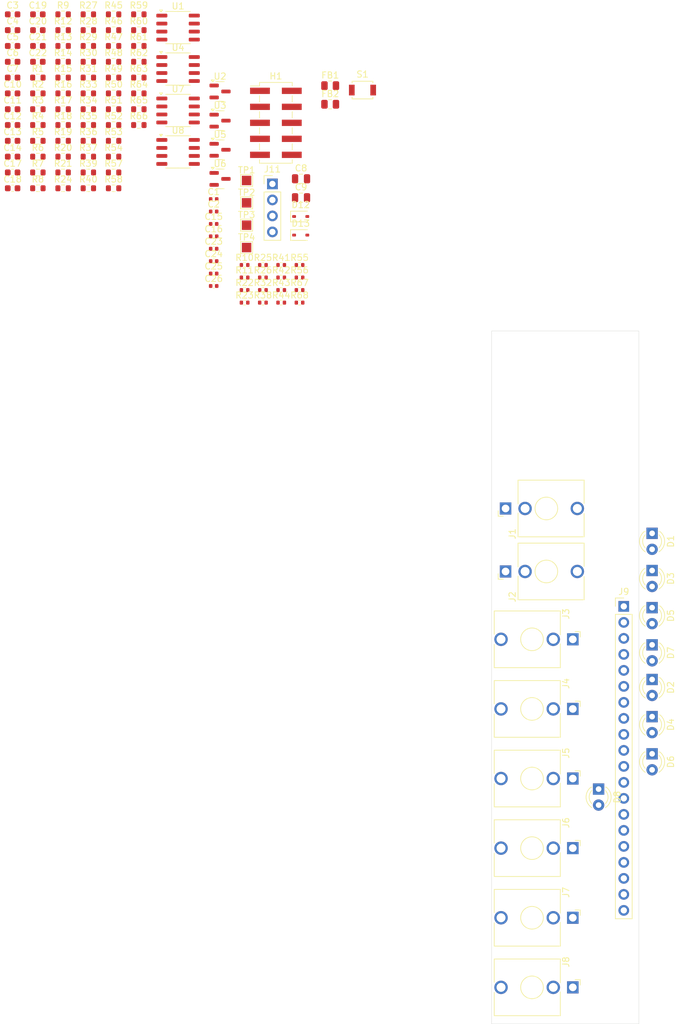
<source format=kicad_pcb>
(kicad_pcb (version 20240108) (generator "pcbnew") (generator_version "8.0")
  (layers (0 "F.Cu" signal) (31 "B.Cu" signal) (34 "B.Paste" user) (35 "F.Paste" user) (36 "B.SilkS" user "B.Silkscreen") (37 "F.SilkS" user "F.Silkscreen") (38 "B.Mask" user) (39 "F.Mask" user) (44 "Edge.Cuts" user))
  (net 0 "")
  (net 1 "Net-(U1A-+)")
  (net 2 "GND")
  (net 3 "Net-(U1B-+)")
  (net 4 "+5V-U1")
  (net 5 "+5V-U4")
  (net 6 "+12V")
  (net 7 "-12V")
  (net 8 "Net-(U4A-+)")
  (net 9 "Net-(U4B-+)")
  (net 10 "+5V-U7")
  (net 11 "+5V-U8")
  (net 12 "Net-(U7A-+)")
  (net 13 "Net-(U8A-+)")
  (net 14 "Net-(U7B-+)")
  (net 15 "Net-(U8B-+)")
  (net 16 "Net-(D1-A)")
  (net 17 "Net-(D2-A)")
  (net 18 "Net-(D3-A)")
  (net 19 "Net-(D4-A)")
  (net 20 "Net-(D5-A)")
  (net 21 "Net-(D6-A)")
  (net 22 "Net-(D7-A)")
  (net 23 "Net-(D8-A)")
  (net 24 "Net-(D12-K)")
  (net 25 "Net-(D13-A)")
  (net 26 "Net-(FB1-Pad1)")
  (net 27 "Net-(FB2-Pad1)")
  (net 29 "Net-(J1-PadT)")
  (net 31 "Net-(J2-PadT)")
  (net 32 "Net-(J3-PadT)")
  (net 34 "Net-(J4-PadT)")
  (net 36 "Net-(J5-PadT)")
  (net 38 "Net-(J6-PadT)")
  (net 40 "Net-(J7-PadT)")
  (net 43 "Net-(J8-PadT)")
  (net 68 "/LED_A4")
  (net 69 "/LED_A5")
  (net 70 "/LED_A1")
  (net 71 "/LED_A2")
  (net 72 "/LED_A6")
  (net 73 "/LED_A7")
  (net 74 "/LED_A3")
  (net 75 "/LED_A8")
  (net 76 "Net-(U3-REF)")
  (net 77 "Net-(R12-Pad2)")
  (net 78 "Net-(R13-Pad2)")
  (net 79 "/PWM_A1")
  (net 80 "/PWM_A2")
  (net 81 "Net-(U1A--)")
  (net 82 "Net-(U1B--)")
  (net 83 "Net-(R20-Pad2)")
  (net 84 "Net-(R21-Pad2)")
  (net 85 "Net-(U2-REF)")
  (net 86 "Net-(R27-Pad2)")
  (net 87 "/PWM_A3")
  (net 88 "Net-(U4A--)")
  (net 89 "Net-(R31-Pad2)")
  (net 90 "Net-(R33-Pad2)")
  (net 91 "/PWM_A4")
  (net 92 "Net-(U4B--)")
  (net 93 "Net-(R37-Pad2)")
  (net 94 "Net-(U5-REF)")
  (net 95 "Net-(U6-REF)")
  (net 96 "Net-(R45-Pad2)")
  (net 97 "/PWM_A5")
  (net 98 "Net-(R47-Pad2)")
  (net 99 "/PWM_A7")
  (net 100 "Net-(U7A--)")
  (net 101 "Net-(U8A--)")
  (net 102 "Net-(R53-Pad2)")
  (net 103 "Net-(R54-Pad2)")
  (net 104 "Net-(R57-Pad2)")
  (net 105 "/PWM_A6")
  (net 106 "Net-(R59-Pad2)")
  (net 107 "/PWM_A8")
  (net 108 "Net-(U7B--)")
  (net 109 "Net-(U8B--)")
  (net 110 "Net-(R65-Pad2)")
  (net 111 "Net-(R66-Pad2)")
  (net 112 "/RUN")
  (footprint "Capacitor_SMD:C_0603_1608Metric" (layer "F.Cu") (at 74.91 0.74)
    (property "Reference" "C3" (at 0 -1.43 0) (layer "F.SilkS"))
    (property "Value" "10u")
    (pad "1" smd roundrect (at -0.775 0) (size 0.9 0.95) (layers "F.Cu" "F.Paste" "F.Mask") (net 4 "+5V-U1"))
    (pad "2" smd roundrect (at 0.775 0) (size 0.9 0.95) (layers "F.Cu" "F.Paste" "F.Mask") (net 2 "GND"))
  )
  (footprint "Diode_SMD:D_SOD-323" (layer "F.Cu") (at 120.675 32.83)
    (property "Reference" "D12" (at 0 -1.85 0) (layer "F.SilkS"))
    (property "Value" "1N5819")
    (pad "1" smd roundrect (at -1.05 0) (size 0.6 0.45) (layers "F.Cu" "F.Paste" "F.Mask") (net 24 "Net-(D12-K)"))
    (pad "2" smd roundrect (at 1.05 0) (size 0.6 0.45) (layers "F.Cu" "F.Paste" "F.Mask") (net 7 "-12V"))
  )
  (footprint "Resistor_SMD:R_0603_1608Metric" (layer "F.Cu") (at 82.93 20.82)
    (property "Reference" "R19" (at 0 -1.43 0) (layer "F.SilkS"))
    (property "Value" "47k")
    (pad "1" smd roundrect (at -0.825 0) (size 0.8 0.95) (layers "F.Cu" "F.Paste" "F.Mask") (net 4 "+5V-U1"))
    (pad "2" smd roundrect (at 0.825 0) (size 0.8 0.95) (layers "F.Cu" "F.Paste" "F.Mask") (net 82 "Net-(U1B--)"))
  )
  (footprint "Resistor_SMD:R_0603_1608Metric" (layer "F.Cu") (at 94.96 3.25)
    (property "Reference" "R60" (at 0 -1.43 0) (layer "F.SilkS"))
    (property "Value" "10k")
    (pad "1" smd roundrect (at -0.825 0) (size 0.8 0.95) (layers "F.Cu" "F.Paste" "F.Mask") (net 107 "/PWM_A8"))
    (pad "2" smd roundrect (at 0.825 0) (size 0.8 0.95) (layers "F.Cu" "F.Paste" "F.Mask") (net 15 "Net-(U8B-+)"))
  )
  (footprint "Resistor_SMD:R_0402_1005Metric" (layer "F.Cu") (at 120.49 46.5)
    (property "Reference" "R68" (at 0 -1.17 0) (layer "F.SilkS"))
    (property "Value" "1k")
    (pad "1" smd roundrect (at -0.51 0) (size 0.54 0.64) (layers "F.Cu" "F.Paste" "F.Mask") (net 43 "Net-(J8-PadT)"))
    (pad "2" smd roundrect (at 0.51 0) (size 0.54 0.64) (layers "F.Cu" "F.Paste" "F.Mask") (net 111 "Net-(R66-Pad2)"))
  )
  (footprint "Resistor_SMD:R_0603_1608Metric" (layer "F.Cu") (at 86.94 8.27)
    (property "Reference" "R30" (at 0 -1.43 0) (layer "F.SilkS"))
    (property "Value" "47k")
    (pad "1" smd roundrect (at -0.825 0) (size 0.8 0.95) (layers "F.Cu" "F.Paste" "F.Mask") (net 5 "+5V-U4"))
    (pad "2" smd roundrect (at 0.825 0) (size 0.8 0.95) (layers "F.Cu" "F.Paste" "F.Mask") (net 88 "Net-(U4A--)"))
  )
  (footprint "TestPoint:TestPoint_Pad_1.5x1.5mm" (layer "F.Cu") (at 112.08 34.21)
    (property "Reference" "TP3" (at 0 -1.648 0) (layer "F.SilkS"))
    (property "Value" "5V reference")
    (pad "1" smd rect (at 0 0) (size 1.5 1.5) (layers "F.Cu" "F.Mask") (net 10 "+5V-U7"))
  )
  (footprint "Resistor_SMD:R_0603_1608Metric" (layer "F.Cu") (at 86.94 23.33)
    (property "Reference" "R37" (at 0 -1.43 0) (layer "F.SilkS"))
    (property "Value" "47k")
    (pad "1" smd roundrect (at -0.825 0) (size 0.8 0.95) (layers "F.Cu" "F.Paste" "F.Mask") (net 92 "Net-(U4B--)"))
    (pad "2" smd roundrect (at 0.825 0) (size 0.8 0.95) (layers "F.Cu" "F.Paste" "F.Mask") (net 93 "Net-(R37-Pad2)"))
  )
  (footprint "LED_THT:LED_D3.0mm_FlatTop" (layer "F.Cu") (at 168 123.725 -90)
    (property "Reference" "D8" (at 1.27 -2.96 90) (layer "F.SilkS"))
    (property "Value" "LED A3")
    (pad "1" thru_hole rect (at 0 0 270) (size 1.8 1.8) (drill 0.9) (layers "*.Cu" "*.Mask") (net 2 "GND"))
    (pad "2" thru_hole circle (at 2.54 0 270) (size 1.8 1.8) (drill 0.9) (layers "*.Cu" "*.Mask") (net 23 "Net-(D8-A)"))
  )
  (footprint "Resistor_SMD:R_0402_1005Metric" (layer "F.Cu") (at 111.76 42.52)
    (property "Reference" "R11" (at 0 -1.17 0) (layer "F.SilkS"))
    (property "Value" "5.1k 1%")
    (pad "1" smd roundrect (at -0.51 0) (size 0.54 0.64) (layers "F.Cu" "F.Paste" "F.Mask") (net 76 "Net-(U3-REF)"))
    (pad "2" smd roundrect (at 0.51 0) (size 0.54 0.64) (layers "F.Cu" "F.Paste" "F.Mask") (net 2 "GND"))
  )
  (footprint "Resistor_SMD:R_0603_1608Metric" (layer "F.Cu") (at 90.95 18.31)
    (property "Reference" "R52" (at 0 -1.43 0) (layer "F.SilkS"))
    (property "Value" "47k")
    (pad "1" smd roundrect (at -0.825 0) (size 0.8 0.95) (layers "F.Cu" "F.Paste" "F.Mask") (net 11 "+5V-U8"))
    (pad "2" smd roundrect (at 0.825 0) (size 0.8 0.95) (layers "F.Cu" "F.Paste" "F.Mask") (net 101 "Net-(U8A--)"))
  )
  (footprint "Resistor_SMD:R_0603_1608Metric" (layer "F.Cu") (at 90.95 8.27)
    (property "Reference" "R48" (at 0 -1.43 0) (layer "F.SilkS"))
    (property "Value" "10k")
    (pad "1" smd roundrect (at -0.825 0) (size 0.8 0.95) (layers "F.Cu" "F.Paste" "F.Mask") (net 99 "/PWM_A7"))
    (pad "2" smd roundrect (at 0.825 0) (size 0.8 0.95) (layers "F.Cu" "F.Paste" "F.Mask") (net 13 "Net-(U8A-+)"))
  )
  (footprint "Resistor_SMD:R_0603_1608Metric" (layer "F.Cu") (at 82.93 8.27)
    (property "Reference" "R14" (at 0 -1.43 0) (layer "F.SilkS"))
    (property "Value" "10k")
    (pad "1" smd roundrect (at -0.825 0) (size 0.8 0.95) (layers "F.Cu" "F.Paste" "F.Mask") (net 79 "/PWM_A1"))
    (pad "2" smd roundrect (at 0.825 0) (size 0.8 0.95) (layers "F.Cu" "F.Paste" "F.Mask") (net 1 "Net-(U1A-+)"))
  )
  (footprint "Capacitor_SMD:C_0603_1608Metric" (layer "F.Cu") (at 74.91 23.33)
    (property "Reference" "C14" (at 0 -1.43 0) (layer "F.SilkS"))
    (property "Value" "100n")
    (pad "1" smd roundrect (at -0.775 0) (size 0.9 0.95) (layers "F.Cu" "F.Paste" "F.Mask") (net 2 "GND"))
    (pad "2" smd roundrect (at 0.775 0) (size 0.9 0.95) (layers "F.Cu" "F.Paste" "F.Mask") (net 7 "-12V"))
  )
  (footprint "Connector_Audio:Jack_3.5mm_QingPu_WQP-PJ398SM_Vertical_CircularHoles" (layer "F.Cu") (at 163.9 111 -90)
    (property "Reference" "J4" (at -4.03 1.08 90) (layer "F.SilkS"))
    (property "Value" "Out A4")
    (pad "S" thru_hole rect (at 0 0 90) (size 1.93 1.83) (drill 1.22) (layers "*.Cu" "*.Mask") (net 2 "GND"))
    (pad "T" thru_hole circle (at 0 11.4 90) (size 2.13 2.13) (drill 1.43) (layers "*.Cu" "*.Mask") (net 34 "Net-(J4-PadT)"))
    (pad "TN" thru_hole circle (at 0 3.1 90) (size 2.13 2.13) (drill 1.42) (layers "*.Cu" "*.Mask"))
  )
  (footprint "Resistor_SMD:R_0603_1608Metric" (layer "F.Cu") (at 90.95 28.35)
    (property "Reference" "R58" (at 0 -1.43 0) (layer "F.SilkS"))
    (property "Value" "10k")
    (pad "1" smd roundrect (at -0.825 0) (size 0.8 0.95) (layers "F.Cu" "F.Paste" "F.Mask") (net 105 "/PWM_A6"))
    (pad "2" smd roundrect (at 0.825 0) (size 0.8 0.95) (layers "F.Cu" "F.Paste" "F.Mask") (net 14 "Net-(U7B-+)"))
  )
  (footprint "Resistor_SMD:R_0603_1608Metric" (layer "F.Cu") (at 94.96 13.29)
    (property "Reference" "R64" (at 0 -1.43 0) (layer "F.SilkS"))
    (property "Value" "47k")
    (pad "1" smd roundrect (at -0.825 0) (size 0.8 0.95) (layers "F.Cu" "F.Paste" "F.Mask") (net 11 "+5V-U8"))
    (pad "2" smd roundrect (at 0.825 0) (size 0.8 0.95) (layers "F.Cu" "F.Paste" "F.Mask") (net 109 "Net-(U8B--)"))
  )
  (footprint "Resistor_SMD:R_0603_1608Metric" (layer "F.Cu") (at 82.93 13.29)
    (property "Reference" "R16" (at 0 -1.43 0) (layer "F.SilkS"))
    (property "Value" "33k")
    (pad "1" smd roundrect (at -0.825 0) (size 0.8 0.95) (layers "F.Cu" "F.Paste" "F.Mask") (net 77 "Net-(R12-Pad2)"))
    (pad "2" smd roundrect (at 0.825 0) (size 0.8 0.95) (layers "F.Cu" "F.Paste" "F.Mask") (net 81 "Net-(U1A--)"))
  )
  (footprint "Capacitor_SMD:C_0402_1005Metric" (layer "F.Cu") (at 106.85 41.89)
    (property "Reference" "C25" (at 0 -1.16 0) (layer "F.SilkS"))
    (property "Value" "10n")
    (pad "1" smd roundrect (at -0.48 0) (size 0.56 0.62) (layers "F.Cu" "F.Paste" "F.Mask") (net 14 "Net-(U7B-+)"))
    (pad "2" smd roundrect (at 0.48 0) (size 0.56 0.62) (layers "F.Cu" "F.Paste" "F.Mask") (net 2 "GND"))
  )
  (footprint "Resistor_SMD:R_0402_1005Metric" (layer "F.Cu") (at 120.49 44.51)
    (property "Reference" "R67" (at 0 -1.17 0) (layer "F.SilkS"))
    (property "Value" "1k")
    (pad "1" smd roundrect (at -0.51 0) (size 0.54 0.64) (layers "F.Cu" "F.Paste" "F.Mask") (net 40 "Net-(J7-PadT)"))
    (pad "2" smd roundrect (at 0.51 0) (size 0.54 0.64) (layers "F.Cu" "F.Paste" "F.Mask") (net 110 "Net-(R65-Pad2)"))
  )
  (footprint "Resistor_SMD:R_0805_2012Metric" (layer "F.Cu") (at 125.36 15.01)
    (property "Reference" "FB2" (at 0 -1.65 0) (layer "F.SilkS"))
    (property "Value" "FerriteBead GZ2012D101TF")
    (pad "1" smd roundrect (at -0.9125 0) (size 1.025 1.4) (layers "F.Cu" "F.Paste" "F.Mask") (roundrect_rratio 0.243902) (net 27 "Net-(FB2-Pad1)"))
    (pad "2" smd roundrect (at 0.9125 0) (size 1.025 1.4) (layers "F.Cu" "F.Paste" "F.Mask") (roundrect_rratio 0.243902) (net 25 "Net-(D13-A)"))
  )
  (footprint "Resistor_SMD:R_0603_1608Metric" (layer "F.Cu") (at 82.93 10.78)
    (property "Reference" "R15" (at 0 -1.43 0) (layer "F.SilkS"))
    (property "Value" "10k")
    (pad "1" smd roundrect (at -0.825 0) (size 0.8 0.95) (layers "F.Cu" "F.Paste" "F.Mask") (net 80 "/PWM_A2"))
    (pad "2" smd roundrect (at 0.825 0) (size 0.8 0.95) (layers "F.Cu" "F.Paste" "F.Mask") (net 3 "Net-(U1B-+)"))
  )
  (footprint "Diode_SMD:D_SOD-323" (layer "F.Cu") (at 120.675 35.78)
    (property "Reference" "D13" (at 0 -1.85 0) (layer "F.SilkS"))
    (property "Value" "1N5819")
    (pad "1" smd roundrect (at -1.05 0) (size 0.6 0.45) (layers "F.Cu" "F.Paste" "F.Mask") (net 6 "+12V"))
    (pad "2" smd roundrect (at 1.05 0) (size 0.6 0.45) (layers "F.Cu" "F.Paste" "F.Mask") (net 25 "Net-(D13-A)"))
  )
  (footprint "Capacitor_SMD:C_0603_1608Metric" (layer "F.Cu") (at 74.91 18.31)
    (property "Reference" "C12" (at 0 -1.43 0) (layer "F.SilkS"))
    (property "Value" "100n")
    (pad "1" smd roundrect (at -0.775 0) (size 0.9 0.95) (layers "F.Cu" "F.Paste" "F.Mask") (net 6 "+12V"))
    (pad "2" smd roundrect (at 0.775 0) (size 0.9 0.95) (layers "F.Cu" "F.Paste" "F.Mask") (net 2 "GND"))
  )
  (footprint "Resistor_SMD:R_0603_1608Metric" (layer "F.Cu") (at 82.93 3.25)
    (property "Reference" "R12" (at 0 -1.43 0) (layer "F.SilkS"))
    (property "Value" "12k")
    (pad "1" smd roundrect (at -0.825 0) (size 0.8 0.95) (layers "F.Cu" "F.Paste" "F.Mask") (net 2 "GND"))
    (pad "2" smd roundrect (at 0.825 0) (size 0.8 0.95) (layers "F.Cu" "F.Paste" "F.Mask") (net 77 "Net-(R12-Pad2)"))
  )
  (footprint "Resistor_SMD:R_0603_1608Metric" (layer "F.Cu") (at 82.93 5.76)
    (property "Reference" "R13" (at 0 -1.43 0) (layer "F.SilkS"))
    (property "Value" "12k")
    (pad "1" smd roundrect (at -0.825 0) (size 0.8 0.95) (layers "F.Cu" "F.Paste" "F.Mask") (net 2 "GND"))
    (pad "2" smd roundrect (at 0.825 0) (size 0.8 0.95) (layers "F.Cu" "F.Paste" "F.Mask") (net 78 "Net-(R13-Pad2)"))
  )
  (footprint "Resistor_SMD:R_0603_1608Metric" (layer "F.Cu") (at 94.96 5.76)
    (property "Reference" "R61" (at 0 -1.43 0) (layer "F.SilkS"))
    (property "Value" "33k")
    (pad "1" smd roundrect (at -0.825 0) (size 0.8 0.95) (layers "F.Cu" "F.Paste" "F.Mask") (net 104 "Net-(R57-Pad2)"))
    (pad "2" smd roundrect (at 0.825 0) (size 0.8 0.95) (layers "F.Cu" "F.Paste" "F.Mask") (net 108 "Net-(U7B--)"))
  )
  (footprint "Package_SO:SO-8_3.9x4.9mm_P1.27mm" (layer "F.Cu") (at 101.19 9.42)
    (property "Reference" "U4" (at 0 -3.4 0) (layer "F.SilkS"))
    (property "Value" "TL072")
    (pad "1" smd roundrect (at -2.575 -1.905) (size 1.75 0.6) (layers "F.Cu" "F.Paste" "F.Mask") (net 89 "Net-(R31-Pad2)"))
    (pad "2" smd roundrect (at -2.575 -0.635) (size 1.75 0.6) (layers "F.Cu" "F.Paste" "F.Mask") (net 88 "Net-(U4A--)"))
    (pad "3" smd roundrect (at -2.575 0.635) (size 1.75 0.6) (layers "F.Cu" "F.Paste" "F.Mask") (net 8 "Net-(U4A-+)"))
    (pad "4" smd roundrect (at -2.575 1.905) (size 1.75 0.6) (layers "F.Cu" "F.Paste" "F.Mask") (net 7 "-12V"))
    (pad "5" smd roundrect (at 2.575 1.905) (size 1.75 0.6) (layers "F.Cu" "F.Paste" "F.Mask") (net 9 "Net-(U4B-+)"))
    (pad "6" smd roundrect (at 2.575 0.635) (size 1.75 0.6) (layers "F.Cu" "F.Paste" "F.Mask") (net 92 "Net-(U4B--)"))
    (pad "7" smd roundrect (at 2.575 -0.635) (size 1.75 0.6) (layers "F.Cu" "F.Paste" "F.Mask") (net 93 "Net-(R37-Pad2)"))
    (pad "8" smd roundrect (at 2.575 -1.905) (size 1.75 0.6) (layers "F.Cu" "F.Paste" "F.Mask") (net 6 "+12V"))
  )
  (footprint "Resistor_SMD:R_0603_1608Metric" (layer "F.Cu") (at 78.92 28.35)
    (property "Reference" "R8" (at 0 -1.43 0) (layer "F.SilkS"))
    (property "Value" "9.1k")
    (pad "1" smd roundrect (at -0.825 0) (size 0.8 0.95) (layers "F.Cu" "F.Paste" "F.Mask") (net 75 "/LED_A8"))
    (pad "2" smd roundrect (at 0.825 0) (size 0.8 0.95) (layers "F.Cu" "F.Paste" "F.Mask") (net 23 "Net-(D8-A)"))
  )
  (footprint "LED_THT:LED_D3.0mm_FlatTop" (layer "F.Cu") (at 176.5 83.125 -90)
    (property "Reference" "D1" (at 1.27 -2.96 90) (layer "F.SilkS"))
    (property "Value" "LED A3")
    (pad "1" thru_hole rect (at 0 0 270) (size 1.8 1.8) (drill 0.9) (layers "*.Cu" "*.Mask") (net 2 "GND"))
    (pad "2" thru_hole circle (at 2.54 0 270) (size 1.8 1.8) (drill 0.9) (layers "*.Cu" "*.Mask") (net 16 "Net-(D1-A)"))
  )
  (footprint "Resistor_SMD:R_0603_1608Metric" (layer "F.Cu") (at 90.95 3.25)
    (property "Reference" "R46" (at 0 -1.43 0) (layer "F.SilkS"))
    (property "Value" "10k")
    (pad "1" smd roundrect (at -0.825 0) (size 0.8 0.95) (layers "F.Cu" "F.Paste" "F.Mask") (net 97 "/PWM_A5"))
    (pad "2" smd roundrect (at 0.825 0) (size 0.8 0.95) (layers "F.Cu" "F.Paste" "F.Mask") (net 12 "Net-(U7A-+)"))
  )
  (footprint "Resistor_SMD:R_0402_1005Metric" (layer "F.Cu") (at 114.67 40.53)
    (property "Reference" "R25" (at 0 -1.17 0) (layer "F.SilkS"))
    (property "Value" "5.1k 1%")
    (pad "1" smd roundrect (at -0.51 0) (size 0.54 0.64) (layers "F.Cu" "F.Paste" "F.Mask") (net 4 "+5V-U1"))
    (pad "2" smd roundrect (at 0.51 0) (size 0.54 0.64) (layers "F.Cu" "F.Paste" "F.Mask") (net 85 "Net-(U2-REF)"))
  )
  (footprint "Resistor_SMD:R_0402_1005Metric" (layer "F.Cu") (at 114.67 44.51)
    (property "Reference" "R32" (at 0 -1.17 0) (layer "F.SilkS"))
    (property "Value" "1k")
    (pad "1" smd roundrect (at -0.51 0) (size 0.54 0.64) (layers "F.Cu" "F.Paste" "F.Mask") (net 32 "Net-(J3-PadT)"))
    (pad "2" smd roundrect (at 0.51 0) (size 0.54 0.64) (layers "F.Cu" "F.Paste" "F.Mask") (net 89 "Net-(R31-Pad2)"))
  )
  (footprint "TestPoint:TestPoint_Pad_1.5x1.5mm" (layer "F.Cu") (at 112.08 37.76)
    (property "Reference" "TP4" (at 0 -1.648 0) (layer "F.SilkS"))
    (property "Value" "5V reference")
    (pad "1" smd rect (at 0 0) (size 1.5 1.5) (layers "F.Cu" "F.Mask") (net 11 "+5V-U8"))
  )
  (footprint "Connector_Audio:Jack_3.5mm_QingPu_WQP-PJ398SM_Vertical_CircularHoles" (layer "F.Cu") (at 163.9 133.1 -90)
    (property "Reference" "J6" (at -4.03 1.08 90) (layer "F.SilkS"))
    (property "Value" "Out A7")
    (pad "S" thru_hole rect (at 0 0 90) (size 1.93 1.83) (drill 1.22) (layers "*.Cu" "*.Mask") (net 2 "GND"))
    (pad "T" thru_hole circle (at 0 11.4 90) (size 2.13 2.13) (drill 1.43) (layers "*.Cu" "*.Mask") (net 38 "Net-(J6-PadT)"))
    (pad "TN" thru_hole circle (at 0 3.1 90) (size 2.13 2.13) (drill 1.42) (layers "*.Cu" "*.Mask"))
  )
  (footprint "Resistor_SMD:R_0603_1608Metric" (layer "F.Cu") (at 86.94 3.25)
    (property "Reference" "R28" (at 0 -1.43 0) (layer "F.SilkS"))
    (property "Value" "10k")
    (pad "1" smd roundrect (at -0.825 0) (size 0.8 0.95) (layers "F.Cu" "F.Paste" "F.Mask") (net 87 "/PWM_A3"))
    (pad "2" smd roundrect (at 0.825 0) (size 0.8 0.95) (layers "F.Cu" "F.Paste" "F.Mask") (net 8 "Net-(U4A-+)"))
  )
  (footprint "Resistor_SMD:R_0402_1005Metric" (layer "F.Cu") (at 111.76 44.51)
    (property "Reference" "R22" (at 0 -1.17 0) (layer "F.SilkS"))
    (property "Value" "1k")
    (pad "1" smd roundrect (at -0.51 0) (size 0.54 0.64) (layers "F.Cu" "F.Paste" "F.Mask") (net 29 "Net-(J1-PadT)"))
    (pad "2" smd roundrect (at 0.51 0) (size 0.54 0.64) (layers "F.Cu" "F.Paste" "F.Mask") (net 83 "Net-(R20-Pad2)"))
  )
  (footprint "Capacitor_SMD:C_0402_1005Metric" (layer "F.Cu") (at 106.85 37.95)
    (property "Reference" "C23" (at 0 -1.16 0) (layer "F.SilkS"))
    (property "Value" "10n")
    (pad "1" smd roundrect (at -0.48 0) (size 0.56 0.62) (layers "F.Cu" "F.Paste" "F.Mask") (net 12 "Net-(U7A-+)"))
    (pad "2" smd roundrect (at 0.48 0) (size 0.56 0.62) (layers "F.Cu" "F.Paste" "F.Mask") (net 2 "GND"))
  )
  (footprint "Resistor_SMD:R_0603_1608Metric" (layer "F.Cu") (at 82.93 18.31)
    (property "Reference" "R18" (at 0 -1.43 0) (layer "F.SilkS"))
    (property "Value" "47k")
    (pad "1" smd roundrect (at -0.825 0) (size 0.8 0.95) (layers "F.Cu" "F.Paste" "F.Mask") (net 4 "+5V-U1"))
    (pad "2" smd roundrect (at 0.825 0) (size 0.8 0.95) (layers "F.Cu" "F.Paste" "F.Mask") (net 81 "Net-(U1A--)"))
  )
  (footprint "Connector_Audio:Jack_3.5mm_QingPu_WQP-PJ398SM_Vertical_CircularHoles" (layer "F.Cu") (at 163.9 122.05 -90)
    (property "Reference" "J5" (at -4.03 1.08 90) (layer "F.SilkS"))
    (property "Value" "Out A5")
    (pad "S" thru_hole rect (at 0 0 90) (size 1.93 1.83) (drill 1.22) (layers "*.Cu" "*.Mask") (net 2 "GND"))
    (pad "T" thru_hole circle (at 0 11.4 90) (size 2.13 2.13) (drill 1.43) (layers "*.Cu" "*.Mask") (net 36 "Net-(J5-PadT)"))
    (pad "TN" thru_hole circle (at 0 3.1 90) (size 2.13 2.13) (drill 1.42) (layers "*.Cu" "*.Mask"))
  )
  (footprint "Resistor_SMD:R_0603_1608Metric" (layer "F.Cu") (at 86.94 13.29)
    (property "Reference" "R33" (at 0 -1.43 0) (layer "F.SilkS"))
    (property "Value" "12k")
    (pad "1" smd roundrect (at -0.825 0) (size 0.8 0.95) (layers "F.Cu" "F.Paste" "F.Mask") (net 2 "GND"))
    (pad "2" smd roundrect (at 0.825 0) (size 0.8 0.95) (layers "F.Cu" "F.Paste" "F.Mask") (net 90 "Net-(R33-Pad2)"))
  )
  (footprint "Resistor_SMD:R_0603_1608Metric" (layer "F.Cu") (at 78.92 10.78)
    (property "Reference" "R1" (at 0 -1.43 0) (layer "F.SilkS"))
    (property "Value" "9.1k")
    (pad "1" smd roundrect (at -0.825 0) (size 0.8 0.95) (layers "F.Cu" "F.Paste" "F.Mask") (net 68 "/LED_A4"))
    (pad "2" smd roundrect (at 0.825 0) (size 0.8 0.95) (layers "F.Cu" "F.Paste" "F.Mask") (net 16 "Net-(D1-A)"))
  )
  (footprint "Package_TO_SOT_SMD:SOT-23" (layer "F.Cu") (at 107.86 17.61)
    (property "Reference" "U3" (at 0 -2.4 0) (layer "F.SilkS"))
    (property "Value" "CJ431 SOT-23")
    (pad "1" smd roundrect (at -0.9375 -0.95) (size 1.475 0.6) (layers "F.Cu" "F.Paste" "F.Mask") (net 76 "Net-(U3-REF)"))
    (pad "2" smd roundrect (at -0.9375 0.95) (size 1.475 0.6) (layers "F.Cu" "F.Paste" "F.Mask") (net 5 "+5V-U4"))
    (pad "3" smd roundrect (at 0.9375 0) (size 1.475 0.6) (layers "F.Cu" "F.Paste" "F.Mask") (net 2 "GND"))
  )
  (footprint "Resistor_SMD:R_0402_1005Metric" (layer "F.Cu") (at 114.67 42.52)
    (property "Reference" "R26" (at 0 -1.17 0) (layer "F.SilkS"))
    (property "Value" "5.1k 1%")
    (pad "1" smd roundrect (at -0.51 0) (size 0.54 0.64) (layers "F.Cu" "F.Paste" "F.Mask") (net 85 "Net-(U2-REF)"))
    (pad "2" smd roundrect (at 0.51 0) (size 0.54 0.64) (layers "F.Cu" "F.Paste" "F.Mask") (net 2 "GND"))
  )
  (footprint "Resistor_SMD:R_0603_1608Metric" (layer "F.Cu") (at 86.94 15.8)
    (property "Reference" "R34" (at 0 -1.43 0) (layer "F.SilkS"))
    (property "Value" "10k")
    (pad "1" smd roundrect (at -0.825 0) (size 0.8 0.95) (layers "F.Cu" "F.Paste" "F.Mask") (net 91 "/PWM_A4"))
    (pad "2" smd roundrect (at 0.825 0) (size 0.8 0.95) (layers "F.Cu" "F.Paste" "F.Mask") (net 9 "Net-(U4B-+)"))
  )
  (footprint "Capacitor_SMD:C_0603_1608Metric" (layer "F.Cu") (at 74.91 28.35)
    (property "Reference" "C18" (at 0 -1.43 0) (layer "F.SilkS"))
    (property "Value" "10u")
    (pad "1" smd roundrect (at -0.775 0) (size 0.9 0.95) (layers "F.Cu" "F.Paste" "F.Mask") (net 11 "+5V-U8"))
    (pad "2" smd roundrect (at 0.775 0) (size 0.9 0.95) (layers "F.Cu" "F.Paste" "F.Mask") (net 2 "GND"))
  )
  (footprint "Capacitor_SMD:C_0805_2012Metric" (layer "F.Cu") (at 120.73 26.84)
    (property "Reference" "C8" (at 0 -1.68 0) (layer "F.SilkS"))
    (property "Value" "22u")
    (pad "1" smd roundrect (at -0.95 0) (size 1 1.45) (layers "F.Cu" "F.Paste" "F.Mask") (net 6 "+12V"))
    (pad "2" smd roundrect (at 0.95 0) (size 1 1.45) (layers "F.Cu" "F.Paste" "F.Mask") (net 2 "GND"))
  )
  (footprint "Capacitor_SMD:C_0805_2012Metric" (layer "F.Cu") (at 120.73 29.85)
    (property "Reference" "C9" (at 0 -1.68 0) (layer "F.SilkS"))
    (property "Value" "22u")
    (pad "1" smd roundrect (at -0.95 0) (size 1 1.45) (layers "F.Cu" "F.Paste" "F.Mask") (net 2 "GND"))
    (pad "2" smd roundrect (at 0.95 0) (size 1 1.45) (layers "F.Cu" "F.Paste" "F.Mask") (net 7 "-12V"))
  )
  (footprint "Resistor_SMD:R_0603_1608Metric" (layer "F.Cu") (at 78.92 25.84)
    (property "Reference" "R7" (at 0 -1.43 0) (layer "F.SilkS"))
    (property "Value" "9.1k")
    (pad "1" smd roundrect (at -0.825 0) (size 0.8 0.95) (layers "F.Cu" "F.Paste" "F.Mask") (net 74 "/LED_A3"))
    (pad "2" smd roundrect (at 0.825 0) (size 0.8 0.95) (layers "F.Cu" "F.Paste" "F.Mask") (net 22 "Net-(D7-A)"))
  )
  (footprint "Resistor_SMD:R_0603_1608Metric" (layer "F.Cu") (at 90.95 5.76)
    (property "Reference" "R47" (at 0 -1.43 0) (layer "F.SilkS"))
    (property "Value" "12k")
    (pad "1" smd roundrect (at -0.825 0) (size 0.8 0.95) (layers "F.Cu" "F.Paste" "F.Mask") (net 2 "GND"))
    (pad "2" smd roundrect (at 0.825 0) (size 0.8 0.95) (layers "F.Cu" "F.Paste" "F.Mask") (net 98 "Net-(R47-Pad2)"))
  )
  (footprint "Package_SO:SO-8_3.9x4.9mm_P1.27mm" (layer "F.Cu") (at 101.19 16)
    (property "Reference" "U7" (at 0 -3.4 0) (layer "F.SilkS"))
    (property "Value" "TL072")
    (pad "1" smd roundrect (at -2.575 -1.905) (size 1.75 0.6) (layers "F.Cu" "F.Paste" "F.Mask") (net 102 "Net-(R53-Pad2)"))
    (pad "2" smd roundrect (at -2.575 -0.635) (size 1.75 0.6) (layers "F.Cu" "F.Paste" "F.Mask") (net 100 "Net-(U7A--)"))
    (pad "3" smd roundrect (at -2.575 0.635) (size 1.75 0.6) (layers "F.Cu" "F.Paste" "F.Mask") (net 12 "Net-(U7A-+)"))
    (pad "4" smd roundrect (at -2.575 1.905) (size 1.75 0.6) (layers "F.Cu" "F.Paste" "F.Mask") (net 7 "-12V"))
    (pad "5" smd roundrect (at 2.575 1.905) (size 1.75 0.6) (layers "F.Cu" "F.Paste" "F.Mask") (net 14 "Net-(U7B-+)"))
    (pad "6" smd roundrect (at 2.575 0.635) (size 1.75 0.6) (layers "F.Cu" "F.Paste" "F.Mask") (net 108 "Net-(U7B--)"))
    (pad "7" smd roundrect (at 2.575 -0.635) (size 1.75 0.6) (layers "F.Cu" "F.Paste" "F.Mask") (net 110 "Net-(R65-Pad2)"))
    (pad "8" smd roundrect (at 2.575 -1.905) (size 1.75 0.6) (layers "F.Cu" "F.Paste" "F.Mask") (net 6 "+12V"))
  )
  (footprint "Resistor_SMD:R_0402_1005Metric" (layer "F.Cu") (at 117.58 42.52)
    (property "Reference" "R42" (at 0 -1.17 0) (layer "F.SilkS"))
    (property "Value" "5.1k 1%")
    (pad "1" smd roundrect (at -0.51 0) (size 0.54 0.64) (layers "F.Cu" "F.Paste" "F.Mask") (net 94 "Net-(U5-REF)"))
    (pad "2" smd roundrect (at 0.51 0) (size 0.54 0.64) (layers "F.Cu" "F.Paste" "F.Mask") (net 2 "GND"))
  )
  (footprint "LED_THT:LED_D3.0mm_FlatTop" (layer "F.Cu") (at 176.5 112.225 -90)
    (property "Reference" "D4" (at 1.27 -2.96 90) (layer "F.SilkS"))
    (property "Value" "LED A2")
    (pad "1" thru_hole rect (at 0 0 270) (size 1.8 1.8) (drill 0.9) (layers "*.Cu" "*.Mask") (net 2 "GND"))
    (pad "2" thru_hole circle (at 2.54 0 270) (size 1.8 1.8) (drill 0.9) (layers "*.Cu" "*.Mask") (net 19 "Net-(D4-A)"))
  )
  (footprint "TestPoint:TestPoint_Pad_1.5x1.5mm" (layer "F.Cu") (at 112.08 30.66)
    (property "Reference" "TP2" (at 0 -1.648 0) (layer "F.SilkS"))
    (property "Value" "5V reference")
    (pad "1" smd rect (at 0 0) (size 1.5 1.5) (layers "F.Cu" "F.Mask") (net 4 "+5V-U1"))
  )
  (footprint "Resistor_SMD:R_0603_1608Metric" (layer "F.Cu") (at 86.94 28.35)
    (property "Reference" "R40" (at 0 -1.43 0) (layer "F.SilkS"))
    (property "Value" "1.8, >24mW")
    (pad "1" smd roundrect (at -0.825 0) (size 0.8 0.95) (layers "F.Cu" "F.Paste" "F.Mask") (net 11 "+5V-U8"))
    (pad "2" smd roundrect (at 0.825 0) (size 0.8 0.95) (layers "F.Cu" "F.Paste" "F.Mask") (net 6 "+12V"))
  )
  (footprint "Resistor_SMD:R_0603_1608Metric" (layer "F.Cu") (at 90.95 20.82)
    (property "Reference" "R53" (at 0 -1.43 0) (layer "F.SilkS"))
    (property "Value" "47k")
    (pad "1" smd roundrect (at -0.825 0) (size 0.8 0.95) (layers "F.Cu" "F.Paste" "F.Mask") (net 100 "Net-(U7A--)"))
    (pad "2" smd roundrect (at 0.825 0) (size 0.8 0.95) (layers "F.Cu" "F.Paste" "F.Mask") (net 102 "Net-(R53-Pad2)"))
  )
  (footprint "Resistor_SMD:R_0603_1608Metric" (layer "F.Cu") (at 94.96 8.27)
    (property "Reference" "R62" (at 0 -1.43 0) (layer "F.SilkS"))
    (property "Value" "33k")
    (pad "1" smd roundrect (at -0.825 0) (size 0.8 0.95) (layers "F.Cu" "F.Paste" "F.Mask") (net 106 "Net-(R59-Pad2)"))
    (pad "2" smd roundrect (at 0.825 0) (size 0.8 0.95) (layers "F.Cu" "F.Paste" "F.Mask") (net 109 "Net-(U8B--)"))
  )
  (footprint "Resistor_SMD:R_0603_1608Metric" (layer "F.Cu") (at 82.93 25.84)
    (property "Reference" "R21" (at 0 -1.43 0) (layer "F.SilkS"))
    (property "Value" "47k")
    (pad "1" smd roundrect (at -0.825 0) (size 0.8 0.95) (layers "F.Cu" "F.Paste" "F.Mask") (net 82 "Net-(U1B--)"))
    (pad "2" smd roundrect (at 0.825 0) (size 0.8 0.95) (layers "F.Cu" "F.Paste" "F.Mask") (net 84 "Net-(R21-Pad2)"))
  )
  (footprint "Resistor_SMD:R_0603_1608Metric" (layer "F.Cu") (at 94.96 10.78)
    (property "Reference" "R63" (at 0 -1.43 0) (layer "F.SilkS"))
    (property "Value" "47k")
    (pad "1" smd roundrect (at -0.825 0) (size 0.8 0.95) (layers "F.Cu" "F.Paste" "F.Mask") (net 10 "+5V-U7"))
    (pad "2" smd roundrect (at 0.825 0) (size 0.8 0.95) (layers "F.Cu" "F.Paste" "F.Mask") (net 108 "Net-(U7B--)"))
  )
  (footprint "Resistor_SMD:R_0805_2012Metric" (layer "F.Cu") (at 125.36 12.06)
    (property "Reference" "FB1" (at 0 -1.65 0) (layer "F.SilkS"))
    (property "Value" "FerriteBead GZ2012D101TF")
    (pad "1" smd roundrect (at -0.9125 0) (size 1.025 1.4) (layers "F.Cu" "F.Paste" "F.Mask") (roundrect_rratio 0.243902) (net 26 "Net-(FB1-Pad1)"))
    (pad "2" smd roundrect (at 0.9125 0) (size 1.025 1.4) (layers "F.Cu" "F.Paste" "F.Mask") (roundrect_rratio 0.243902) (net 24 "Net-(D12-K)"))
  )
  (footprint "Resistor_SMD:R_0402_1005Metric" (layer "F.Cu") (at 117.58 46.5)
    (property "Reference" "R44" (at 0 -1.17 0) (layer "F.SilkS"))
    (property "Value" "5.1k 1%")
    (pad "1" smd roundrect (at -0.51 0) (size 0.54 0.64) (layers "F.Cu" "F.Paste" "F.Mask") (net 95 "Net-(U6-REF)"))
    (pad "2" smd roundrect (at 0.51 0) (size 0.54 0.64) (layers "F.Cu" "F.Paste" "F.Mask") (net 2 "GND"))
  )
  (footprint "Package_SO:SO-8_3.9x4.9mm_P1.27mm" (layer "F.Cu") (at 101.19 2.84)
    (property "Reference" "U1" (at 0 -3.4 0) (layer "F.SilkS"))
    (property "Value" "TL072")
    (pad "1" smd roundrect (at -2.575 -1.905) (size 1.75 0.6) (layers "F.Cu" "F.Paste" "F.Mask") (net 83 "Net-(R20-Pad2)"))
    (pad "2" smd roundrect (at -2.575 -0.635) (size 1.75 0.6) (layers "F.Cu" "F.Paste" "F.Mask") (net 81 "Net-(U1A--)"))
    (pad "3" smd roundrect (at -2.575 0.635) (size 1.75 0.6) (layers "F.Cu" "F.Paste" "F.Mask") (net 1 "Net-(U1A-+)"))
    (pad "4" smd roundrect (at -2.575 1.905) (size 1.75 0.6) (layers "F.Cu" "F.Paste" "F.Mask") (net 7 "-12V"))
    (pad "5" smd roundrect (at 2.575 1.905) (size 1.75 0.6) (layers "F.Cu" "F.Paste" "F.Mask") (net 3 "Net-(U1B-+)"))
    (pad "6" smd roundrect (at 2.575 0.635) (size 1.75 0.6) (layers "F.Cu" "F.Paste" "F.Mask") (net 82 "Net-(U1B--)"))
    (pad "7" smd roundrect (at 2.575 -0.635) (size 1.75 0.6) (layers "F.Cu" "F.Paste" "F.Mask") (net 84 "Net-(R21-Pad2)"))
    (pad "8" smd roundrect (at 2.575 -1.905) (size 1.75 0.6) (layers "F.Cu" "F.Paste" "F.Mask") (net 6 "+12V"))
  )
  (footprint "Resistor_SMD:R_0603_1608Metric" (layer "F.Cu") (at 86.94 5.76)
    (property "Reference" "R29" (at 0 -1.43 0) (layer "F.SilkS"))
    (property "Value" "33k")
    (pad "1" smd roundrect (at -0.825 0) (size 0.8 0.95) (layers "F.Cu" "F.Paste" "F.Mask") (net 86 "Net-(R27-Pad2)"))
    (pad "2" smd roundrect (at 0.825 0) (size 0.8 0.95) (layers "F.Cu" "F.Paste" "F.Mask") (net 88 "Net-(U4A--)"))
  )
  (footprint "Package_SO:SO-8_3.9x4.9mm_P1.27mm" (layer "F.Cu") (at 101.19 22.58)
    (property "Reference" "U8" (at 0 -3.4 0) (layer "F.SilkS"))
    (property "Value" "TL072")
    (pad "1" smd roundrect (at -2.575 -1.905) (size 1.75 0.6) (layers "F.Cu" "F.Paste" "F.Mask") (net 103 "Net-(R54-Pad2)"))
    (pad "2" smd roundrect (at -2.575 -0.635) (size 1.75 0.6) (layers "F.Cu" "F.Paste" "F.Mask") (net 101 "Net-(U8A--)"))
    (pad "3" smd roundrect (at -2.575 0.635) (size 1.75 0.6) (layers "F.Cu" "F.Paste" "F.Mask") (net 13 "Net-(U8A-+)"))
    (pad "4" smd roundrect (at -2.575 1.905) (size 1.75 0.6) (layers "F.Cu" "F.Paste" "F.Mask") (net 7 "-12V"))
    (pad "5" smd roundrect (at 2.575 1.905) (size 1.75 0.6) (layers "F.Cu" "F.Paste" "F.Mask") (net 15 "Net-(U8B-+)"))
    (pad "6" smd roundrect (at 2.575 0.635) (size 1.75 0.6) (layers "F.Cu" "F.Paste" "F.Mask") (net 109 "Net-(U8B--)"))
    (pad "7" smd roundrect (at 2.575 -0.635) (size 1.75 0.6) (layers "F.Cu" "F.Paste" "F.Mask") (net 111 "Net-(R66-Pad2)"))
    (pad "8" smd roundrect (at 2.575 -1.905) (size 1.75 0.6) (layers "F.Cu" "F.Paste" "F.Mask") (net 6 "+12V"))
  )
  (footprint "Resistor_SMD:R_0603_1608Metric" (layer "F.Cu") (at 82.93 28.35)
    (property "Reference" "R24" (at 0 -1.43 0) (layer "F.SilkS"))
    (property "Value" "1.8, >24mW")
    (pad "1" smd roundrect (at -0.825 0) (size 0.8 0.95) (layers "F.Cu" "F.Paste" "F.Mask") (net 4 "+5V-U1"))
    (pad "2" smd roundrect (at 0.825 0) (size 0.8 0.95) (layers "F.Cu" "F.Paste" "F.Mask") (net 6 "+12V"))
  )
  (footprint "Resistor_SMD:R_0603_1608Metric" (layer "F.Cu") (at 90.95 13.29)
    (property "Reference" "R50" (at 0 -1.43 0) (layer "F.SilkS"))
    (property "Value" "33k")
    (pad "1" smd roundrect (at -0.825 0) (size 0.8 0.95) (layers "F.Cu" "F.Paste" "F.Mask") (net 98 "Net-(R47-Pad2)"))
    (pad "2" smd roundrect (at 0.825 0) (size 0.8 0.95) (layers "F.Cu" "F.Paste" "F.Mask") (net 101 "Net-(U8A--)"))
  )
  (footprint "Capacitor_SMD:C_0603_1608Metric" (layer "F.Cu") (at 78.92 3.25)
    (property "Reference" "C20" (at 0 -1.43 0) (layer "F.SilkS"))
    (property "Value" "100n")
    (pad "1" smd roundrect (at -0.775 0) (size 0.9 0.95) (layers "F.Cu" "F.Paste" "F.Mask") (net 2 "GND"))
    (pad "2" smd roundrect (at 0.775 0) (size 0.9 0.95) (layers "F.Cu" "F.Paste" "F.Mask") (net 7 "-12V"))
  )
  (footprint "Capacitor_SMD:C_0603_1608Metric" (layer "F.Cu") (at 78.92 8.27)
    (property "Reference" "C22" (at 0 -1.43 0) (layer "F.SilkS"))
    (property "Value" "100n")
    (pad "1" smd roundrect (at -0.775 0) (size 0.9 0.95) (layers "F.Cu" "F.Paste" "F.Mask") (net 2 "GND"))
    (pad "2" smd roundrect (at 0.775 0) (size 0.9 0.95) (layers "F.Cu" "F.Paste" "F.Mask") (net 7 "-12V"))
  )
  (footprint "Capacitor_SMD:C_0603_1608Metric" (layer "F.Cu") (at 74.91 3.25)
    (property "Reference" "C4" (at 0 -1.43 0) (layer "F.SilkS"))
    (property "Value" "10u")
    (pad "1" smd roundrect (at -0.775 0) (size 0.9 0.95) (layers "F.Cu" "F.Paste" "F.Mask") (net 5 "+5V-U4"))
    (pad "2" smd roundrect (at 0.775 0) (size 0.9 0.95) (layers "F.Cu" "F.Paste" "F.Mask") (net 2 "GND"))
  )
  (footprint "Resistor_SMD:R_0603_1608Metric" (layer "F.Cu") (at 94.96 15.8)
    (property "Reference" "R65" (at 0 -1.43 0) (layer "F.SilkS"))
    (property "Value" "47k")
    (pad "1" smd roundrect (at -0.825 0) (size 0.8 0.95) (layers "F.Cu" "F.Paste" "F.Mask") (net 108 "Net-(U7B--)"))
    (pad "2" smd roundrect (at 0.825 0) (size 0.8 0.95) (layers "F.Cu" "F.Paste" "F.Mask") (net 110 "Net-(R65-Pad2)"))
  )
  (footprint "Capacitor_SMD:C_0603_1608Metric" (layer "F.Cu") (at 74.91 8.27)
    (property "Reference" "C6" (at 0 -1.43 0) (layer "F.SilkS"))
    (property "Value" "100n")
    (pad "1" smd roundrect (at -0.775 0) (size 0.9 0.95) (layers "F.Cu" "F.Paste" "F.Mask") (net 2 "GND"))
    (pad "2" smd roundrect (at 0.775 0) (size 0.9 0.95) (layers "F.Cu" "F.Paste" "F.Mask") (net 6 "+12V"))
  )
  (footprint "Resistor_SMD:R_0603_1608Metric" (layer "F.Cu") (at 86.94 0.74)
    (property "Reference" "R27" (at 0 -1.43 0) (layer "F.SilkS"))
    (property "Value" "12k")
    (pad "1" smd roundrect (at -0.825 0) (size 0.8 0.95) (layers "F.Cu" "F.Paste" "F.Mask") (net 2 "GND"))
    (pad "2" smd roundrect (at 0.825 0) (size 0.8 0.95) (layers "F.Cu" "F.Paste" "F.Mask") (net 86 "Net-(R27-Pad2)"))
  )
  (footprint "Capacitor_SMD:C_0603_1608Metric" (layer "F.Cu") (at 74.91 15.8)
    (property "Reference" "C11" (at 0 -1.43 0) (layer "F.SilkS"))
    (property "Value" "100n")
    (pad "1" smd roundrect (at -0.775 0) (size 0.9 0.95) (layers "F.Cu" "F.Paste" "F.Mask") (net 2 "GND"))
    (pad "2" smd roundrect (at 0.775 0) (size 0.9 0.95) (layers "F.Cu" "F.Paste" "F.Mask") (net 7 "-12V"))
  )
  (footprint "LED_THT:LED_D3.0mm_FlatTop" (layer "F.Cu") (at 176.5 89.025 -90)
    (property "Reference" "D3" (at 1.27 -2.96 90) (layer "F.SilkS"))
    (property "Value" "LED A1")
    (pad "1" thru_hole rect (at 0 0 270) (size 1.8 1.8) (drill 0.9) (layers "*.Cu" "*.Mask") (net 2 "GND"))
    (pad "2" thru_hole circle (at 2.54 0 270) (size 1.8 1.8) (drill 0.9) (layers "*.Cu" "*.Mask") (net 18 "Net-(D3-A)"))
  )
  (footprint "LED_THT:LED_D3.0mm_FlatTop" (layer "F.Cu") (at 176.5 94.925 -90)
    (property "Reference" "D5" (at 1.27 -2.96 90) (layer "F.SilkS"))
    (property "Value" "LED A2")
    (pad "1" thru_hole rect (at 0 0 270) (size 1.8 1.8) (drill 0.9) (layers "*.Cu" "*.Mask") (net 2 "GND"))
    (pad "2" thru_hole circle (at 2.54 0 270) (size 1.8 1.8) (drill 0.9) (layers "*.Cu" "*.Mask") (net 20 "Net-(D5-A)"))
  )
  (footprint "Resistor_SMD:R_0603_1608Metric" (layer "F.Cu") (at 90.95 23.33)
    (property "Reference" "R54" (at 0 -1.43 0) (layer "F.SilkS"))
    (property "Value" "47k")
    (pad "1" smd roundrect (at -0.825 0) (size 0.8 0.95) (layers "F.Cu" "F.Paste" "F.Mask") (net 101 "Net-(U8A--)"))
    (pad "2" smd roundrect (at 0.825 0) (size 0.8 0.95) (layers "F.Cu" "F.Paste" "F.Mask") (net 103 "Net-(R54-Pad2)"))
  )
  (footprint "Connector_PinHeader_2.54mm:PinHeader_1x20_P2.54mm_Vertical" (layer "F.Cu") (at 172 94.72)
    (property "Reference" "J9" (at 0 -2.33 0) (layer "F.SilkS"))
    (property "Value" "Conn_01x20")
    (pad "1" thru_hole rect (at 0 0) (size 1.7 1.7) (drill 1) (layers "*.Cu" "*.Mask"))
    (pad "2" thru_hole oval (at 0 2.54) (size 1.7 1.7) (drill 1) (layers "*.Cu" "*.Mask"))
    (pad "3" thru_hole oval (at 0 5.08) (size 1.7 1.7) (drill 1) (layers "*.Cu" "*.Mask"))
    (pad "4" thru_hole oval (at 0 7.62) (size 1.7 1.7) (drill 1) (layers "*.Cu" "*.Mask"))
    (pad "5" thru_hole oval (at 0 10.16) (size 1.7 1.7) (drill 1) (layers "*.Cu" "*.Mask"))
    (pad "6" thru_hole oval (at 0 12.7) (size 1.7 1.7) (drill 1) (layers "*.Cu" "*.Mask"))
    (pad "7" thru_hole oval (at 0 15.24) (size 1.7 1.7) (drill 1) (layers "*.Cu" "*.Mask"))
    (pad "8" thru_hole oval (at 0 17.78) (size 1.7 1.7) (drill 1) (layers "*.Cu" "*.Mask"))
    (pad "9" thru_hole oval (at 0 20.32) (size 1.7 1.7) (drill 1) (layers "*.Cu" "*.Mask"))
    (pad "10" thru_hole oval (at 0 22.86) (size 1.7 1.7) (drill 1) (layers "*.Cu" "*.Mask"))
    (pad "11" thru_hole oval (at 0 25.4) (size 1.7 1.7) (drill 1) (layers "*.Cu" "*.Mask"))
    (pad "12" thru_hole oval (at 0 27.94) (size 1.7 1.7) (drill 1) (layers "*.Cu" "*.Mask"))
    (pad "13" thru_hole oval (at 0 30.48) (size 1.7 1.7) (drill 1) (layers "*.Cu" "*.Mask"))
    (pad "14" thru_hole oval (at 0 33.02) (size 1.7 1.7) (drill 1) (layers "*.Cu" "*.Mask"))
    (pad "15" thru_hole oval (at 0 35.56) (size 1.7 1.7) (drill 1) (layers "*.Cu" "*.Mask"))
    (pad "16" thru_hole oval (at 0 38.1) (size 1.7 1.7) (drill 1) (layers "*.Cu" "*.Mask"))
    (pad "17" thru_hole oval (at 0 40.64) (size 1.7 1.7) (drill 1) (layers "*.Cu" "*.Mask"))
    (pad "18" thru_hole oval (at 0 43.18) (size 1.7 1.7) (drill 1) (layers "*.Cu" "*.Mask"))
    (pad "19" thru_hole oval (at 0 45.72) (size 1.7 1.7) (drill 1) (layers "*.Cu" "*.Mask"))
    (pad "20" thru_hole oval (at 0 48.26) (size 1.7 1.7) (drill 1) (layers "*.Cu" "*.Mask"))
  )
  (footprint "Resistor_SMD:R_0603_1608Metric" (layer "F.Cu") (at 78.92 23.33)
    (property "Reference" "R6" (at 0 -1.43 0) (layer "F.SilkS"))
    (property "Value" "9.1k")
    (pad "1" smd roundrect (at -0.825 0) (size 0.8 0.95) (layers "F.Cu" "F.Paste" "F.Mask") (net 73 "/LED_A7"))
    (pad "2" smd roundrect (at 0.825 0) (size 0.8 0.95) (layers "F.Cu" "F.Paste" "F.Mask") (net 21 "Net-(D6-A)"))
  )
  (footprint "Capacitor_SMD:C_0603_1608Metric" (layer "F.Cu") (at 74.91 5.76)
    (property "Reference" "C5" (at 0 -1.43 0) (layer "F.SilkS"))
    (property "Value" "100n")
    (pad "1" smd roundrect (at -0.775 0) (size 0.9 0.95) (layers "F.Cu" "F.Paste" "F.Mask") (net 2 "GND"))
    (pad "2" smd roundrect (at 0.775 0) (size 0.9 0.95) (layers "F.Cu" "F.Paste" "F.Mask") (net 6 "+12V"))
  )
  (footprint "Connector_PinHeader_2.54mm:PinHeader_1x04_P2.54mm_Vertical" (layer "F.Cu") (at 116.18 27.66)
    (property "Reference" "J11" (at 0 -2.33 0) (layer "F.SilkS"))
    (property "Value" "Conn_01x04")
    (pad "1" thru_hole rect (at 0 0) (size 1.7 1.7) (drill 1) (layers "*.Cu" "*.Mask"))
    (pad "2" thru_hole oval (at 0 2.54) (size 1.7 1.7) (drill 1) (layers "*.Cu" "*.Mask"))
    (pad "3" thru_hole oval (at 0 5.08) (size 1.7 1.7) (drill 1) (layers "*.Cu" "*.Mask"))
    (pad "4" thru_hole oval (at 0 7.62) (size 1.7 1.7) (drill 1) (layers "*.Cu" "*.Mask"))
  )
  (footprint "Package_TO_SOT_SMD:SOT-23" (layer "F.Cu") (at 107.86 12.985)
    (property "Reference" "U2" (at 0 -2.4 0) (layer "F.SilkS"))
    (property "Value" "CJ431 SOT-23")
    (pad "1" smd roundrect (at -0.9375 -0.95) (size 1.475 0.6) (layers "F.Cu" "F.Paste" "F.Mask") (net 85 "Net-(U2-REF)"))
    (pad "2" smd roundrect (at -0.9375 0.95) (size 1.475 0.6) (layers "F.Cu" "F.Paste" "F.Mask") (net 4 "+5V-U1"))
    (pad "3" smd roundrect (at 0.9375 0) (size 1.475 0.6) (layers "F.Cu" "F.Paste" "F.Mask") (net 2 "GND"))
  )
  (footprint "Resistor_SMD:R_0603_1608Metric" (layer "F.Cu") (at 78.92 20.82)
    (property "Reference" "R5" (at 0 -1.43 0) (layer "F.SilkS"))
    (property "Value" "9.1k")
    (pad "1" smd roundrect (at -0.825 0) (size 0.8 0.95) (layers "F.Cu" "F.Paste" "F.Mask") (net 72 "/LED_A6"))
    (pad "2" smd roundrect (at 0.825 0) (size 0.8 0.95) (layers "F.Cu" "F.Paste" "F.Mask") (net 20 "Net-(D5-A)"))
  )
  (footprint "Resistor_SMD:R_0603_1608Metric" (layer "F.Cu") (at 94.96 18.31)
    (property "Reference" "R66" (at 0 -1.43 0) (layer "F.SilkS"))
    (property "Value" "47k")
    (pad "1" smd roundrect (at -0.825 0) (size 0.8 0.95) (layers "F.Cu" "F.Paste" "F.Mask") (net 109 "Net-(U8B--)"))
    (pad "2" smd roundrect (at 0.825 0) (size 0.8 0.95) (layers "F.Cu" "F.Paste" "F.Mask") (net 111 "Net-(R66-Pad2)"))
  )
  (footprint "Resistor_SMD:R_0402_1005Metric" (layer "F.Cu") (at 120.49 40.53)
    (property "Reference" "R55" (at 0 -1.17 0) (layer "F.SilkS"))
    (property "Value" "1k")
    (pad "1" smd roundrect (at -0.51 0) (size 0.54 0.64) (layers "F.Cu" "F.Paste" "F.Mask") (net 36 "Net-(J5-PadT)"))
    (pad "2" smd roundrect (at 0.51 0) (size 0.54 0.64) (layers "F.Cu" "F.Paste" "F.Mask") (net 102 "Net-(R53-Pad2)"))
  )
  (footprint "Resistor_SMD:R_0603_1608Metric" (layer "F.Cu") (at 86.94 25.84)
    (property "Reference" "R39" (at 0 -1.43 0) (layer "F.SilkS"))
    (property "Value" "1.8, >24mW")
    (pad "1" smd roundrect (at -0.825 0) (size 0.8 0.95) (layers "F.Cu" "F.Paste" "F.Mask") (net 10 "+5V-U7"))
    (pad "2" smd roundrect (at 0.825 0) (size 0.8 0.95) (layers "F.Cu" "F.Paste" "F.Mask") (net 6 "+12V"))
  )
  (footprint "Resistor_SMD:R_0603_1608Metric" (layer "F.Cu") (at 94.96 0.74)
    (property "Reference" "R59" (at 0 -1.43 0) (layer "F.SilkS"))
    (property "Value" "12k")
    (pad "1" smd roundrect (at -0.825 0) (size 0.8 0.95) (layers "F.Cu" "F.Paste" "F.Mask") (net 2 "GND"))
    (pad "2" smd roundrect (at 0.825 0) (size 0.8 0.95) (layers "F.Cu" "F.Paste" "F.Mask") (net 106 "Net-(R59-Pad2)"))
  )
  (footprint "Resistor_SMD:R_0402_1005Metric" (layer "F.Cu") (at 111.76 46.5)
    (property "Reference" "R23" (at 0 -1.17 0) (layer "F.SilkS"))
    (property "Value" "1k")
    (pad "1" smd roundrect (at -0.51 0) (size 0.54 0.64) (layers "F.Cu" "F.Paste" "F.Mask") (net 31 "Net-(J2-PadT)"))
    (pad "2" smd roundrect (at 0.51 0) (size 0.54 0.64) (layers "F.Cu" "F.Paste" "F.Mask") (net 84 "Net-(R21-Pad2)"))
  )
  (footprint "Resistor_SMD:R_0603_1608Metric" (layer "F.Cu") (at 78.92 13.29)
    (property "Reference" "R2" (at 0 -1.43 0) (layer "F.SilkS"))
    (property "Value" "9.1k")
    (pad "1" smd roundrect (at -0.825 0) (size 0.8 0.95) (layers "F.Cu" "F.Paste" "F.Mask") (net 69 "/LED_A5"))
    (pad "2" smd roundrect (at 0.825 0) (size 0.8 0.95) (layers "F.Cu" "F.Paste" "F.Mask") (net 17 "Net-(D2-A)"))
  )
  (footprint "Capacitor_SMD:C_0603_1608Metric" (layer "F.Cu") (at 74.91 25.84)
    (property "Reference" "C17" (at 0 -1.43 0) (layer "F.SilkS"))
    (property "Value" "10u")
    (pad "1" smd roundrect (at -0.775 0) (size 0.9 0.95) (layers "F.Cu" "F.Paste" "F.Mask") (net 10 "+5V-U7"))
    (pad "2" smd roundrect (at 0.775 0) (size 0.9 0.95) (layers "F.Cu" "F.Paste" "F.Mask") (net 2 "GND"))
  )
  (footprint "Capacitor_SMD:C_0402_1005Metric" (layer "F.Cu") (at 106.85 34.01)
    (property "Reference" "C15" (at 0 -1.16 0) (layer "F.SilkS"))
    (property "Value" "10n")
    (pad "1" smd roundrect (at -0.48 0) (size 0.56 0.62) (layers "F.Cu" "F.Paste" "F.Mask") (net 8 "Net-(U4A-+)"))
    (pad "2" smd roundrect (at 0.48 0) (size 0.56 0.62) (layers "F.Cu" "F.Paste" "F.Mask") (net 2 "GND"))
  )
  (footprint "Capacitor_SMD:C_0402_1005Metric" (layer "F.Cu") (at 106.85 43.86)
    (property "Reference" "C26" (at 0 -1.16 0) (layer "F.SilkS"))
    (property "Value" "10n")
    (pad "1" smd roundrect (at -0.48 0) (size 0.56 0.62) (layers "F.Cu" "F.Paste" "F.Mask") (net 15 "Net-(U8B-+)"))
    (pad "2" smd roundrect (at 0.48 0) (size 0.56 0.62) (layers "F.Cu" "F.Paste" "F.Mask") (net 2 "GND"))
  )
  (footprint "Resistor_SMD:R_0603_1608Metric" (layer "F.Cu") (at 90.95 25.84)
    (property "Reference" "R57" (at 0 -1.43 0) (layer "F.SilkS"))
    (property "Value" "12k")
    (pad "1" smd roundrect (at -0.825 0) (size 0.8 0.95) (layers "F.Cu" "F.Paste" "F.Mask") (net 2 "GND"))
    (pad "2" smd roundrect (at 0.825 0) (size 0.8 0.95) (layers "F.Cu" "F.Paste" "F.Mask") (net 104 "Net-(R57-Pad2)"))
  )
  (footprint "TestPoint:TestPoint_Pad_1.5x1.5mm" (layer "F.Cu") (at 112.08 27.11)
    (property "Reference" "TP1" (at 0 -1.648 0) (layer "F.SilkS"))
    (property "Value" "5V reference")
    (pad "1" smd rect (at 0 0) (size 1.5 1.5) (layers "F.Cu" "F.Mask") (net 5 "+5V-U4"))
  )
  (footprint "Package_TO_SOT_SMD:SOT-23" (layer "F.Cu") (at 107.86 26.86)
    (property "Reference" "U6" (at 0 -2.4 0) (layer "F.SilkS"))
    (property "Value" "CJ431 SOT-23")
    (pad "1" smd roundrect (at -0.9375 -0.95) (size 1.475 0.6) (layers "F.Cu" "F.Paste" "F.Mask") (net 95 "Net-(U6-REF)"))
    (pad "2" smd roundrect (at -0.9375 0.95) (size 1.475 0.6) (layers "F.Cu" "F.Paste" "F.Mask") (net 11 "+5V-U8"))
    (pad "3" smd roundrect (at 0.9375 0) (size 1.475 0.6) (layers "F.Cu" "F.Paste" "F.Mask") (net 2 "GND"))
  )
  (footprint "Resistor_SMD:R_0603_1608Metric" (layer "F.Cu") (at 90.95 0.74)
    (property "Reference" "R45" (at 0 -1.43 0) (layer "F.SilkS"))
    (property "Value" "12k")
    (pad "1" smd roundrect (at -0.825 0) (size 0.8 0.95) (layers "F.Cu" "F.Paste" "F.Mask") (net 2 "GND"))
    (pad "2" smd roundrect (at 0.825 0) (size 0.8 0.95) (layers "F.Cu" "F.Paste" "F.Mask") (net 96 "Net-(R45-Pad2)"))
  )
  (footprint "Connector_Audio:Jack_3.5mm_QingPu_WQP-PJ398SM_Vertical_CircularHoles" (layer "F.Cu") (at 163.9 155.2 -90)
    (property "Reference" "J8" (at -4.03 1.08 90) (layer "F.SilkS"))
    (property "Value" "Out A8")
    (pad "S" thru_hole rect (at 0 0 90) (size 1.93 1.83) (drill 1.22) (layers "*.Cu" "*.Mask") (net 2 "GND"))
    (pad "T" thru_hole circle (at 0 11.4 90) (size 2.13 2.13) (drill 1.43) (layers "*.Cu" "*.Mask") (net 43 "Net-(J8-PadT)"))
    (pad "TN" thru_hole circle (at 0 3.1 90) (size 2.13 2.13) (drill 1.42) (layers "*.Cu" "*.Mask"))
  )
  (footprint "Resistor_SMD:R_0603_1608Metric" (layer "F.Cu") (at 82.93 15.8)
    (property "Reference" "R17" (at 0 -1.43 0) (layer "F.SilkS"))
    (property "Value" "33k")
    (pad "1" smd roundrect (at -0.825 0) (size 0.8 0.95) (layers "F.Cu" "F.Paste" "F.Mask") (net 78 "Net-(R13-Pad2)"))
    (pad "2" smd roundrect (at 0.825 0) (size 0.8 0.95) (layers "F.Cu" "F.Paste" "F.Mask") (net 82 "Net-(U1B--)"))
  )
  (footprint "Resistor_SMD:R_0402_1005Metric" (layer "F.Cu") (at 117.58 44.51)
    (property "Reference" "R43" (at 0 -1.17 0) (layer "F.SilkS"))
    (property "Value" "5.1k 1%")
    (pad "1" smd roundrect (at -0.51 0) (size 0.54 0.64) (layers "F.Cu" "F.Paste" "F.Mask") (net 11 "+5V-U8"))
    (pad "2" smd roundrect (at 0.51 0) (size 0.54 0.64) (layers "F.Cu" "F.Paste" "F.Mask") (net 95 "Net-(U6-REF)"))
  )
  (footprint "LED_THT:LED_D3.0mm_FlatTop" (layer "F.Cu") (at 176.5 100.825 -90)
    (property "Reference" "D7" (at 1.27 -2.96 90) (layer "F.SilkS"))
    (property "Value" "LED A3")
    (pad "1" thru_hole rect (at 0 0 270) (size 1.8 1.8) (drill 0.9) (layers "*.Cu" "*.Mask") (net 2 "GND"))
    (pad "2" thru_hole circle (at 2.54 0 270) (size 1.8 1.8) (drill 0.9) (layers "*.Cu" "*.Mask") (net 22 "Net-(D7-A)"))
  )
  (footprint "Resistor_SMD:R_0402_1005Metric" (layer "F.Cu") (at 120.49 42.52)
    (property "Reference" "R56" (at 0 -1.17 0) (layer "F.SilkS"))
    (property "Value" "1k")
    (pad "1" smd roundrect (at -0.51 0) (size 0.54 0.64) (layers "F.Cu" "F.Paste" "F.Mask") (net 38 "Net-(J6-PadT)"))
    (pad "2" smd roundrect (at 0.51 0) (size 0.54 0.64) (layers "F.Cu" "F.Paste" "F.Mask") (net 103 "Net-(R54-Pad2)"))
  )
  (footprint "Resistor_SMD:R_0402_1005Metric" (layer "F.Cu") (at 114.67 46.5)
    (property "Reference" "R38" (at 0 -1.17 0) (layer "F.SilkS"))
    (property "Value" "1k")
    (pad "1" smd roundrect (at -0.51 0) (size 0.54 0.64) (layers "F.Cu" "F.Paste" "F.Mask") (net 34 "Net-(J4-PadT)"))
    (pad "2" smd roundrect (at 0.51 0) (size 0.54 0.64) (layers "F.Cu" "F.Paste" "F.Mask") (net 93 "Net-(R37-Pad2)"))
  )
  (footprint "Connector_Audio:Jack_3.5mm_QingPu_WQP-PJ398SM_Vertical_CircularHoles" (layer "F.Cu") (at 163.9 99.95 -90)
    (property "Reference" "J3" (at -4.03 1.08 90) (layer "F.SilkS"))
    (property "Value" "Out A3")
    (pad "S" thru_hole rect (at 0 0 90) (size 1.93 1.83) (drill 1.22) (layers "*.Cu" "*.Mask") (net 2 "GND"))
    (pad "T" thru_hole circle (at 0 11.4 90) (size 2.13 2.13) (drill 1.43) (layers "*.Cu" "*.Mask") (net 32 "Net-(J3-PadT)"))
    (pad "TN" thru_hole circle (at 0 3.1 90) (size 2.13 2.13) (drill 1.42) (layers "*.Cu" "*.Mask"))
  )
  (footprint "Capacitor_SMD:C_0603_1608Metric" (layer "F.Cu") (at 74.91 10.78)
    (property "Reference" "C7" (at 0 -1.43 0) (layer "F.SilkS"))
    (property "Value" "100n")
    (pad "1" smd roundrect (at -0.775 0) (size 0.9 0.95) (layers "F.Cu" "F.Paste" "F.Mask") (net 2 "GND"))
    (pad "2" smd roundrect (at 0.775 0) (size 0.9 0.95) (layers "F.Cu" "F.Paste" "F.Mask") (net 7 "-12V"))
  )
  (footprint "Resistor_SMD:R_0603_1608Metric" (layer "F.Cu") (at 90.95 10.78)
    (property "Reference" "R49" (at 0 -1.43 0) (layer "F.SilkS"))
    (property "Value" "33k")
    (pad "1" smd roundrect (at -0.825 0) (size 0.8 0.95) (layers "F.Cu" "F.Paste" "F.Mask") (net 96 "Net-(R45-Pad2)"))
    (pad "2" smd roundrect (at 0.825 0) (size 0.8 0.95) (layers "F.Cu" "F.Paste" "F.Mask") (net 100 "Net-(U7A--)"))
  )
  (footprint "Connector_PinHeader_2.54mm:PinHeader_2x05_P2.54mm_Vertical_SMD" (layer "F.Cu") (at 116.73 17.96)
    (property "Reference" "H1" (at 0 -7.41 0) (layer "F.SilkS"))
    (property "Value" "PIN_HEADER_2x5 POWER")
    (pad "1" smd rect (at -2.525 -5.08) (size 3.15 1) (layers "F.Cu" "F.Paste" "F.Mask") (net 27 "Net-(FB2-Pad1)"))
    (pad "2" smd rect (at 2.525 -5.08) (size 3.15 1) (layers "F.Cu" "F.Paste" "F.Mask") (net 27 "Net-(FB2-Pad1)"))
    (pad "3" smd rect (at -2.525 -2.54) (size 3.15 1) (layers "F.Cu" "F.Paste" "F.Mask") (net 2 "GND"))
    (pad "4" smd rect (at 2.525 -2.54) (size 3.15 1) (layers "F.Cu" "F.Paste" "F.Mask") (net 2 "GND"))
    (pad "5" smd rect (at -2.525 0) (size 3.15 1) (layers "F.Cu" "F.Paste" "F.Mask") (net 2 "GND"))
    (pad "6" smd rect (at 2.525 0) (size 3.15 1) (layers "F.Cu" "F.Paste" "F.Mask") (net 2 "GND"))
    (pad "7" smd rect (at -2.525 2.54) (size 3.15 1) (layers "F.Cu" "F.Paste" "F.Mask") (net 2 "GND"))
    (pad "8" smd rect (at 2.525 2.54) (size 3.15 1) (layers "F.Cu" "F.Paste" "F.Mask") (net 2 "GND"))
    (pad "9" smd rect (at -2.525 5.08) (size 3.15 1) (layers "F.Cu" "F.Paste" "F.Mask") (net 26 "Net-(FB1-Pad1)"))
    (pad "10" smd rect (at 2.525 5.08) (size 3.15 1) (layers "F.Cu" "F.Paste" "F.Mask") (net 26 "Net-(FB1-Pad1)"))
  )
  (footprint "Resistor_SMD:R_0603_1608Metric" (layer "F.Cu") (at 86.94 18.31)
    (property "Reference" "R35" (at 0 -1.43 0) (layer "F.SilkS"))
    (property "Value" "33k")
    (pad "1" smd roundrect (at -0.825 0) (size 0.8 0.95) (layers "F.Cu" "F.Paste" "F.Mask") (net 90 "Net-(R33-Pad2)"))
    (pad "2" smd roundrect (at 0.825 0) (size 0.8 0.95) (layers "F.Cu" "F.Paste" "F.Mask") (net 92 "Net-(U4B--)"))
  )
  (footprint "Connector_Audio:Jack_3.5mm_QingPu_WQP-PJ398SM_Vertical_CircularHoles" (layer "F.Cu") (at 153.22 79.18 90)
    (property "Reference" "J1" (at -4.03 1.08 270) (layer "F.SilkS"))
    (property "Value" "Out A1")
    (pad "S" thru_hole rect (at 0 0 270) (size 1.93 1.83) (drill 1.22) (layers "*.Cu" "*.Mask") (net 2 "GND"))
    (pad "T" thru_hole circle (at 0 11.4 270) (size 2.13 2.13) (drill 1.43) (layers "*.Cu" "*.Mask") (net 29 "Net-(J1-PadT)"))
    (pad "TN" thru_hole circle (at 0 3.1 270) (size 2.13 2.13) (drill 1.42) (layers "*.Cu" "*.Mask"))
  )
  (footprint "Button_Switch_SMD:SW_SPST_B3U-1000P" (layer "F.Cu") (at 130.49 12.76)
    (property "Reference" "S1" (at 0 -2.5 0) (layer "F.SilkS"))
    (property "Value" "B3U-1000P")
    (pad "1" smd rect (at -1.7 0) (size 0.9 1.7) (layers "F.Cu" "F.Paste" "F.Mask") (net 2 "GND"))
    (pad "2" smd rect (at 1.7 0) (size 0.9 1.7) (layers "F.Cu" "F.Paste" "F.Mask") (net 112 "/RUN"))
  )
  (footprint "Connector_Audio:Jack_3.5mm_QingPu_WQP-PJ398SM_Vertical_CircularHoles" (layer "F.Cu") (at 153.22 89.18 90)
    (property "Reference" "J2" (at -4.03 1.08 270) (layer "F.SilkS"))
    (property "Value" "Out A2")
    (pad "S" thru_hole rect (at 0 0 270) (size 1.93 1.83) (drill 1.22) (layers "*.Cu" "*.Mask") (net 2 "GND"))
    (pad "T" thru_hole circle (at 0 11.4 270) (size 2.13 2.13) (drill 1.43) (layers "*.Cu" "*.Mask") (net 31 "Net-(J2-PadT)"))
    (pad "TN" thru_hole circle (at 0 3.1 270) (size 2.13 2.13) (drill 1.42) (layers "*.Cu" "*.Mask"))
  )
  (footprint "Resistor_SMD:R_0603_1608Metric" (layer "F.Cu") (at 78.92 18.31)
    (property "Reference" "R4" (at 0 -1.43 0) (layer "F.SilkS"))
    (property "Value" "9.1k")
    (pad "1" smd roundrect (at -0.825 0) (size 0.8 0.95) (layers "F.Cu" "F.Paste" "F.Mask") (net 71 "/LED_A2"))
    (pad "2" smd roundrect (at 0.825 0) (size 0.8 0.95) (layers "F.Cu" "F.Paste" "F.Mask") (net 19 "Net-(D4-A)"))
  )
  (footprint "Capacitor_SMD:C_0402_1005Metric" (layer "F.Cu") (at 106.85 39.92)
    (property "Reference" "C24" (at 0 -1.16 0) (layer "F.SilkS"))
    (property "Value" "10n")
    (pad "1" smd roundrect (at -0.48 0) (size 0.56 0.62) (layers "F.Cu" "F.Paste" "F.Mask") (net 13 "Net-(U8A-+)"))
    (pad "2" smd roundrect (at 0.48 0) (size 0.56 0.62) (layers "F.Cu" "F.Paste" "F.Mask") (net 2 "GND"))
  )
  (footprint "Capacitor_SMD:C_0402_1005Metric" (layer "F.Cu") (at 106.85 35.98)
    (property "Reference" "C16" (at 0 -1.16 0) (layer "F.SilkS"))
    (property "Value" "10n")
    (pad "1" smd roundrect (at -0.48 0) (size 0.56 0.62) (layers "F.Cu" "F.Paste" "F.Mask") (net 9 "Net-(U4B-+)"))
    (pad "2" smd roundrect (at 0.48 0) (size 0.56 0.62) (layers "F.Cu" "F.Paste" "F.Mask") (net 2 "GND"))
  )
  (footprint "LED_THT:LED_D3.0mm_FlatTop" (layer "F.Cu") (at 176.5 106.325 -90)
    (property "Reference" "D2" (at 1.27 -2.96 90) (layer "F.SilkS"))
    (property "Value" "LED A1")
    (pad "1" thru_hole rect (at 0 0 270) (size 1.8 1.8) (drill 0.9) (layers "*.Cu" "*.Mask") (net 2 "GND"))
    (pad "2" thru_hole circle (at 2.54 0 270) (size 1.8 1.8) (drill 0.9) (layers "*.Cu" "*.Mask") (net 17 "Net-(D2-A)"))
  )
  (footprint "Resistor_SMD:R_0603_1608Metric" (layer "F.Cu") (at 86.94 10.78)
    (property "Reference" "R31" (at 0 -1.43 0) (layer "F.SilkS"))
    (property "Value" "47k")
    (pad "1" smd roundrect (at -0.825 0) (size 0.8 0.95) (layers "F.Cu" "F.Paste" "F.Mask") (net 88 "Net-(U4A--)"))
    (pad "2" smd roundrect (at 0.825 0) (size 0.8 0.95) (layers "F.Cu" "F.Paste" "F.Mask") (net 89 "Net-(R31-Pad2)"))
  )
  (footprint "LED_THT:LED_D3.0mm_FlatTop" (layer "F.Cu") (at 176.5 118.125 -90)
    (property "Reference" "D6" (at 1.27 -2.96 90) (layer "F.SilkS"))
    (property "Value" "LED A3")
    (pad "1" thru_hole rect (at 0 0 270) (size 1.8 1.8) (drill 0.9) (layers "*.Cu" "*.Mask") (net 2 "GND"))
    (pad "2" thru_hole circle (at 2.54 0 270) (size 1.8 1.8) (drill 0.9) (layers "*.Cu" "*.Mask") (net 21 "Net-(D6-A)"))
  )
  (footprint "Connector_Audio:Jack_3.5mm_QingPu_WQP-PJ398SM_Vertical_CircularHoles" (layer "F.Cu") (at 163.9 144.15 -90)
    (property "Reference" "J7" (at -4.03 1.08 90) (layer "F.SilkS"))
    (property "Value" "Out A6")
    (pad "S" thru_hole rect (at 0 0 90) (size 1.93 1.83) (drill 1.22) (layers "*.Cu" "*.Mask") (net 2 "GND"))
    (pad "T" thru_hole circle (at 0 11.4 90) (size 2.13 2.13) (drill 1.43) (layers "*.Cu" "*.Mask") (net 40 "Net-(J7-PadT)"))
    (pad "TN" thru_hole circle (at 0 3.1 90) (size 2.13 2.13) (drill 1.42) (layers "*.Cu" "*.Mask"))
  )
  (footprint "Resistor_SMD:R_0603_1608Metric" (layer "F.Cu") (at 90.95 15.8)
    (property "Reference" "R51" (at 0 -1.43 0) (layer "F.SilkS"))
    (property "Value" "47k")
    (pad "1" smd roundrect (at -0.825 0) (size 0.8 0.95) (layers "F.Cu" "F.Paste" "F.Mask") (net 10 "+5V-U7"))
    (pad "2" smd roundrect (at 0.825 0) (size 0.8 0.95) (layers "F.Cu" "F.Paste" "F.Mask") (net 100 "Net-(U7A--)"))
  )
  (footprint "Resistor_SMD:R_0402_1005Metric" (layer "F.Cu") (at 111.76 40.53)
    (property "Reference" "R10" (at 0 -1.17 0) (layer "F.SilkS"))
    (property "Value" "5.1k 1%")
    (pad "1" smd roundrect (at -0.51 0) (size 0.54 0.64) (layers "F.Cu" "F.Paste" "F.Mask") (net 5 "+5V-U4"))
    (pad "2" smd roundrect (at 0.51 0) (size 0.54 0.64) (layers "F.Cu" "F.Paste" "F.Mask") (net 76 "Net-(U3-REF)"))
  )
  (footprint "Capacitor_SMD:C_0402_1005Metric" (layer "F.Cu") (at 106.85 30.07)
    (property "Reference" "C1" (at 0 -1.16 0) (layer "F.SilkS"))
    (property "Value" "10n")
    (pad "1" smd roundrect (at -0.48 0) (size 0.56 0.62) (layers "F.Cu" "F.Paste" "F.Mask") (net 1 "Net-(U1A-+)"))
    (pad "2" smd roundrect (at 0.48 0) (size 0.56 0.62) (layers "F.Cu" "F.Paste" "F.Mask") (net 2 "GND"))
  )
  (footprint "Capacitor_SMD:C_0603_1608Metric" (layer "F.Cu") (at 78.92 0.74)
    (property "Reference" "C19" (at 0 -1.43 0) (layer "F.SilkS"))
    (property "Value" "100n")
    (pad "1" smd roundrect (at -0.775 0) (size 0.9 0.95) (layers "F.Cu" "F.Paste" "F.Mask") (net 2 "GND"))
    (pad "2" smd roundrect (at 0.775 0) (size 0.9 0.95) (layers "F.Cu" "F.Paste" "F.Mask") (net 6 "+12V"))
  )
  (footprint "Capacitor_SMD:C_0402_1005Metric" (layer "F.Cu") (at 106.85 32.04)
    (property "Reference" "C2" (at 0 -1.16 0) (layer "F.SilkS"))
    (property "Value" "10n")
    (pad "1" smd roundrect (at -0.48 0) (size 0.56 0.62) (layers "F.Cu" "F.Paste" "F.Mask") (net 3 "Net-(U1B-+)"))
    (pad "2" smd roundrect (at 0.48 0) (size 0.56 0.62) (layers "F.Cu" "F.Paste" "F.Mask") (net 2 "GND"))
  )
  (footprint "Resistor_SMD:R_0402_1005Metric" (layer "F.Cu") (at 117.58 40.53)
    (property "Reference" "R41" (at 0 -1.17 0) (layer "F.SilkS"))
    (property "Value" "5.1k 1%")
    (pad "1" smd roundrect (at -0.51 0) (size 0.54 0.64) (layers "F.Cu" "F.Paste" "F.Mask") (net 10 "+5V-U7"))
    (pad "2" smd roundrect (at 0.51 0) (size 0.54 0.64) (layers "F.Cu" "F.Paste" "F.Mask") (net 94 "Net-(U5-REF)"))
  )
  (footprint "Capacitor_SMD:C_0603_1608Metric" (layer "F.Cu") (at 78.92 5.76)
    (property "Reference" "C21" (at 0 -1.43 0) (layer "F.SilkS"))
    (property "Value" "100n")
    (pad "1" smd roundrect (at -0.775 0) (size 0.9 0.95) (layers "F.Cu" "F.Paste" "F.Mask") (net 2 "GND"))
    (pad "2" smd roundrect (at 0.775 0) (size 0.9 0.95) (layers "F.Cu" "F.Paste" "F.Mask") (net 6 "+12V"))
  )
  (footprint "Capacitor_SMD:C_0603_1608Metric" (layer "F.Cu") (at 74.91 13.29)
    (property "Reference" "C10" (at 0 -1.43 0) (layer "F.SilkS"))
    (property "Value" "100n")
    (pad "1" smd roundrect (at -0.775 0) (size 0.9 0.95) (layers "F.Cu" "F.Paste" "F.Mask") (net 6 "+12V"))
    (pad "2" smd roundrect (at 0.775 0) (size 0.9 0.95) (layers "F.Cu" "F.Paste" "F.Mask") (net 2 "GND"))
  )
  (footprint "Resistor_SMD:R_0603_1608Metric" (layer "F.Cu") (at 86.94 20.82)
    (property "Reference" "R36" (at 0 -1.43 0) (layer "F.SilkS"))
    (property "Value" "47k")
    (pad "1" smd roundrect (at -0.825 0) (size 0.8 0.95) (layers "F.Cu" "F.Paste" "F.Mask") (net 5 "+5V-U4"))
    (pad "2" smd roundrect (at 0.825 0) (size 0.8 0.95) (layers "F.Cu" "F.Paste" "F.Mask") (net 92 "Net-(U4B--)"))
  )
  (footprint "Resistor_SMD:R_0603_1608Metric" (layer "F.Cu") (at 82.93 23.33)
    (property "Reference" "R20" (at 0 -1.43 0) (layer "F.SilkS"))
    (property "Value" "47k")
    (pad "1" smd roundrect (at -0.825 0) (size 0.8 0.95) (layers "F.Cu" "F.Paste" "F.Mask") (net 81 "Net-(U1A--)"))
    (pad "2" smd roundrect (at 0.825 0) (size 0.8 0.95) (layers "F.Cu" "F.Paste" "F.Mask") (net 83 "Net-(R20-Pad2)"))
  )
  (footprint "Resistor_SMD:R_0603_1608Metric" (layer "F.Cu") (at 82.93 0.74)
    (property "Reference" "R9" (at 0 -1.43 0) (layer "F.SilkS"))
    (property "Value" "1.8, >24mW")
    (pad "1" smd roundrect (at -0.825 0) (size 0.8 0.95) (layers "F.Cu" "F.Paste" "F.Mask") (net 5 "+5V-U4"))
    (pad "2" smd roundrect (at 0.825 0) (size 0.8 0.95) (layers "F.Cu" "F.Paste" "F.Mask") (net 6 "+12V"))
  )
  (footprint "Package_TO_SOT_SMD:SOT-23" (layer "F.Cu") (at 107.86 22.235)
    (property "Reference" "U5" (at 0 -2.4 0) (layer "F.SilkS"))
    (property "Value" "CJ431 SOT-23")
    (pad "1" smd roundrect (at -0.9375 -0.95) (size 1.475 0.6) (layers "F.Cu" "F.Paste" "F.Mask") (net 94 "Net-(U5-REF)"))
    (pad "2" smd roundrect (at -0.9375 0.95) (size 1.475 0.6) (layers "F.Cu" "F.Paste" "F.Mask") (net 10 "+5V-U7"))
    (pad "3" smd roundrect (at 0.9375 0) (size 1.475 0.6) (layers "F.Cu" "F.Paste" "F.Mask") (net 2 "GND"))
  )
  (footprint "Resistor_SMD:R_0603_1608Metric" (layer "F.Cu") (at 78.92 15.8)
    (property "Reference" "R3" (at 0 -1.43 0) (layer "F.SilkS"))
    (property "Value" "9.1k")
    (pad "1" smd roundrect (at -0.825 0) (size 0.8 0.95) (layers "F.Cu" "F.Paste" "F.Mask") (net 70 "/LED_A1"))
    (pad "2" smd roundrect (at 0.825 0) (size 0.8 0.95) (layers "F.Cu" "F.Paste" "F.Mask") (net 18 "Net-(D3-A)"))
  )
  (footprint "Capacitor_SMD:C_0603_1608Metric" (layer "F.Cu") (at 74.91 20.82)
    (property "Reference" "C13" (at 0 -1.43 0) (layer "F.SilkS"))
    (property "Value" "100n")
    (pad "1" smd roundrect (at -0.775 0) (size 0.9 0.95) (layers "F.Cu" "F.Paste" "F.Mask") (net 2 "GND"))
    (pad "2" smd roundrect (at 0.775 0) (size 0.9 0.95) (layers "F.Cu" "F.Paste" "F.Mask") (net 7 "-12V"))
  )
  (gr_rect (start 151 51) (end 174.4 161) (stroke (width 0.05)) (fill none) (layer "Edge.Cuts"))
)
</source>
